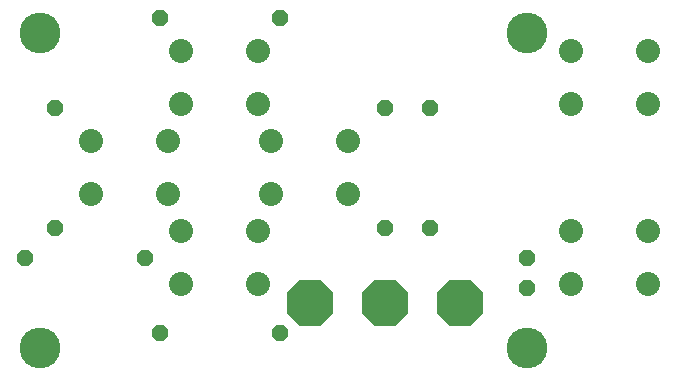
<source format=gbs>
G75*
G70*
%OFA0B0*%
%FSLAX24Y24*%
%IPPOS*%
%LPD*%
%AMOC8*
5,1,8,0,0,1.08239X$1,22.5*
%
%ADD10C,0.0800*%
%ADD11OC8,0.0540*%
%ADD12OC8,0.1560*%
%ADD13C,0.1360*%
D10*
X006327Y003717D03*
X008887Y003717D03*
X008887Y005497D03*
X009327Y006717D03*
X011887Y006717D03*
X011887Y008497D03*
X009327Y008497D03*
X008887Y009717D03*
X006327Y009717D03*
X005887Y008497D03*
X003327Y008497D03*
X003327Y006717D03*
X005887Y006717D03*
X006327Y005497D03*
X006327Y011497D03*
X008887Y011497D03*
X019327Y011497D03*
X021887Y011497D03*
X021887Y009717D03*
X019327Y009717D03*
X019327Y005497D03*
X021887Y005497D03*
X021887Y003717D03*
X019327Y003717D03*
D11*
X017857Y003607D03*
X017857Y004607D03*
X014607Y005607D03*
X013107Y005607D03*
X009607Y002107D03*
X005607Y002107D03*
X005107Y004607D03*
X002107Y005607D03*
X001107Y004607D03*
X002107Y009607D03*
X005607Y012607D03*
X009607Y012607D03*
X013107Y009607D03*
X014607Y009607D03*
D12*
X015607Y003107D03*
X013107Y003107D03*
X010607Y003107D03*
D13*
X001607Y001607D03*
X017857Y001607D03*
X017857Y012107D03*
X001607Y012107D03*
M02*

</source>
